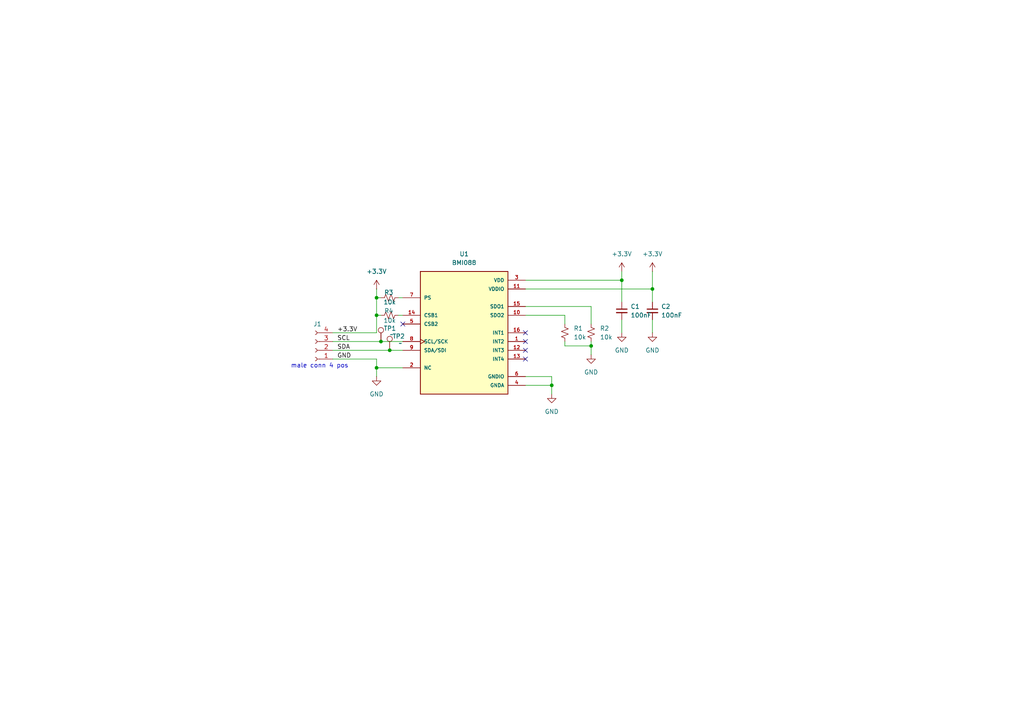
<source format=kicad_sch>
(kicad_sch (version 20231120) (generator "eeschema") (generator_version "8.0")
  (paper "A4")
  (lib_symbols
    (symbol "BMI088:BMI088" (pin_names (offset 1.016))
      (property "Reference" "U" (at -12.7 18.415 0))
      (property "Value" "BMI088" (at -12.7 -20.32 0))
      (symbol "BMI088_0_0"
        (rectangle (start -12.7 -17.78) (end 12.7 17.78) (stroke (width 0.254)) (fill (type background)))
        (pin bidirectional line (at 17.78 -2.54 180) (length 5.08) (name "INT2") (number "1"))
        (pin output line (at 17.78 5.08 180) (length 5.08) (name "SDO2") (number "10"))
        (pin power_in line (at 17.78 12.7 180) (length 5.08) (name "VDDIO") (number "11"))
        (pin bidirectional line (at 17.78 -5.08 180) (length 5.08) (name "INT3") (number "12"))
        (pin bidirectional line (at 17.78 -7.62 180) (length 5.08) (name "INT4") (number "13"))
        (pin input line (at -17.78 5.08 0) (length 5.08) (name "CSB1") (number "14"))
        (pin output line (at 17.78 7.62 180) (length 5.08) (name "SDO1") (number "15"))
        (pin bidirectional line (at 17.78 0 180) (length 5.08) (name "INT1") (number "16"))
        (pin passive line (at -17.78 -10.16 0) (length 5.08) (name "NC") (number "2"))
        (pin power_in line (at 17.78 15.24 180) (length 5.08) (name "VDD") (number "3"))
        (pin power_in line (at 17.78 -15.24 180) (length 5.08) (name "GNDA") (number "4"))
        (pin input line (at -17.78 2.54 0) (length 5.08) (name "CSB2") (number "5"))
        (pin power_in line (at 17.78 -12.7 180) (length 5.08) (name "GNDIO") (number "6"))
        (pin input line (at -17.78 10.16 0) (length 5.08) (name "PS") (number "7"))
        (pin input clock (at -17.78 -2.54 0) (length 5.08) (name "SCL/SCK") (number "8"))
        (pin bidirectional line (at -17.78 -5.08 0) (length 5.08) (name "SDA/SDI") (number "9"))
      )
    )
    (symbol "Connector:Conn_01x04_Socket" (pin_names (offset 1.016) hide)
      (property "Reference" "J" (at 0 5.08 0))
      (property "Value" "Conn_01x04_Socket" (at 0 -7.62 0))
      (symbol "Conn_01x04_Socket_1_1"
        (arc (start 0 -4.572) (mid -0.5058 -5.08) (end 0 -5.588) (stroke (width 0.1524)))
        (arc (start 0 -2.032) (mid -0.5058 -2.54) (end 0 -3.048) (stroke (width 0.1524)))
        (polyline (pts (xy -1.27 -5.08) (xy -0.508 -5.08)) (stroke (width 0.1524)))
        (polyline (pts (xy -1.27 -2.54) (xy -0.508 -2.54)) (stroke (width 0.1524)))
        (polyline (pts (xy -1.27 0) (xy -0.508 0)) (stroke (width 0.1524)))
        (polyline (pts (xy -1.27 2.54) (xy -0.508 2.54)) (stroke (width 0.1524)))
        (arc (start 0 0.508) (mid -0.5058 0) (end 0 -0.508) (stroke (width 0.1524)))
        (arc (start 0 3.048) (mid -0.5058 2.54) (end 0 2.032) (stroke (width 0.1524)))
        (pin passive line (at -5.08 2.54 0) (length 3.81) (name "Pin_1") (number "1"))
        (pin passive line (at -5.08 0 0) (length 3.81) (name "Pin_2") (number "2"))
        (pin passive line (at -5.08 -2.54 0) (length 3.81) (name "Pin_3") (number "3"))
        (pin passive line (at -5.08 -5.08 0) (length 3.81) (name "Pin_4") (number "4"))
      )
    )
    (symbol "Connector:TestPoint" (pin_numbers hide) (pin_names (offset 0.762) hide)
      (property "Reference" "TP" (at 0 6.858 0))
      (property "Value" "TestPoint" (at 0 5.08 0))
      (symbol "TestPoint_0_1"
        (circle (center 0 3.302) (radius 0.762))
      )
      (symbol "TestPoint_1_1"
        (pin passive line (at 0 0 90) (length 2.54) (name "1") (number "1"))
      )
    )
    (symbol "Device:C_Small" (pin_numbers hide) (pin_names (offset 0.254) hide)
      (property "Reference" "C" (at 0.254 1.778 0))
      (property "Value" "C_Small" (at 0.254 -2.032 0))
      (symbol "C_Small_0_1"
        (polyline (pts (xy -1.524 -0.508) (xy 1.524 -0.508)) (stroke (width 0.3302)))
        (polyline (pts (xy -1.524 0.508) (xy 1.524 0.508)) (stroke (width 0.3048)))
      )
      (symbol "C_Small_1_1"
        (pin passive line (at 0 2.54 270) (length 2.032) (name "~") (number "1"))
        (pin passive line (at 0 -2.54 90) (length 2.032) (name "~") (number "2"))
      )
    )
    (symbol "Device:R_Small_US" (pin_numbers hide) (pin_names (offset 0.254) hide)
      (property "Reference" "R" (at 0.762 0.508 0))
      (property "Value" "R_Small_US" (at 0.762 -1.016 0))
      (symbol "R_Small_US_1_1"
        (polyline (pts (xy 0 0) (xy 1.016 -0.381) (xy 0 -0.762) (xy -1.016 -1.143) (xy 0 -1.524)))
        (polyline (pts (xy 0 1.524) (xy 1.016 1.143) (xy 0 0.762) (xy -1.016 0.381) (xy 0 0)))
        (pin passive line (at 0 2.54 270) (length 1.016) (name "~") (number "1"))
        (pin passive line (at 0 -2.54 90) (length 1.016) (name "~") (number "2"))
      )
    )
    (symbol "power:+3.3V" (power) (pin_numbers hide) (pin_names (offset 0) hide)
      (property "Value" "+3.3V" (at 0 3.556 0))
      (symbol "+3.3V_0_1"
        (polyline (pts (xy -0.762 1.27) (xy 0 2.54)))
        (polyline (pts (xy 0 0) (xy 0 2.54)))
        (polyline (pts (xy 0 2.54) (xy 0.762 1.27)))
      )
      (symbol "+3.3V_1_1"
        (pin power_in line (at 0 0 90) (length 0) (name "~") (number "1"))
      )
    )
    (symbol "power:GND" (power) (pin_numbers hide) (pin_names (offset 0) hide)
      (property "Value" "GND" (at 0 -3.81 0))
      (symbol "GND_0_1"
        (polyline (pts (xy 0 0) (xy 0 -1.27) (xy 1.27 -1.27) (xy 0 -2.54) (xy -1.27 -1.27) (xy 0 -1.27)))
      )
      (symbol "GND_1_1"
        (pin power_in line (at 0 0 270) (length 0) (name "~") (number "1"))
      )
    )
  )
  (junction (at 171.45 100.33))
  (junction (at 113.03 101.6))
  (junction (at 189.23 83.82))
  (junction (at 180.34 81.28))
  (junction (at 109.22 86.36))
  (junction (at 109.22 106.68))
  (junction (at 110.49 99.06))
  (junction (at 109.22 91.44))
  (junction (at 160.02 111.76))
  (no_connect (at 152.4 99.06))
  (no_connect (at 152.4 101.6))
  (no_connect (at 116.84 93.98))
  (no_connect (at 152.4 96.52))
  (no_connect (at 152.4 104.14))
  (wire (pts (xy 109.22 86.36) (xy 109.22 91.44)))
  (wire (pts (xy 109.22 96.52) (xy 96.52 96.52)))
  (wire (pts (xy 180.34 78.74) (xy 180.34 81.28)))
  (wire (pts (xy 115.57 91.44) (xy 116.84 91.44)))
  (wire (pts (xy 189.23 78.74) (xy 189.23 83.82)))
  (wire (pts (xy 189.23 92.71) (xy 189.23 96.52)))
  (wire (pts (xy 171.45 88.9) (xy 171.45 93.98)))
  (wire (pts (xy 152.4 81.28) (xy 180.34 81.28)))
  (wire (pts (xy 171.45 100.33) (xy 171.45 99.06)))
  (wire (pts (xy 163.83 93.98) (xy 163.83 91.44)))
  (wire (pts (xy 109.22 86.36) (xy 110.49 86.36)))
  (wire (pts (xy 180.34 92.71) (xy 180.34 96.52)))
  (wire (pts (xy 96.52 101.6) (xy 113.03 101.6)))
  (wire (pts (xy 189.23 83.82) (xy 152.4 83.82)))
  (wire (pts (xy 109.22 104.14) (xy 96.52 104.14)))
  (wire (pts (xy 163.83 91.44) (xy 152.4 91.44)))
  (wire (pts (xy 109.22 106.68) (xy 109.22 104.14)))
  (wire (pts (xy 109.22 106.68) (xy 109.22 109.22)))
  (wire (pts (xy 115.57 86.36) (xy 116.84 86.36)))
  (wire (pts (xy 163.83 100.33) (xy 171.45 100.33)))
  (wire (pts (xy 109.22 83.82) (xy 109.22 86.36)))
  (wire (pts (xy 109.22 91.44) (xy 109.22 96.52)))
  (wire (pts (xy 152.4 109.22) (xy 160.02 109.22)))
  (wire (pts (xy 110.49 99.06) (xy 116.84 99.06)))
  (wire (pts (xy 96.52 99.06) (xy 110.49 99.06)))
  (wire (pts (xy 152.4 111.76) (xy 160.02 111.76)))
  (wire (pts (xy 113.03 101.6) (xy 116.84 101.6)))
  (wire (pts (xy 189.23 83.82) (xy 189.23 87.63)))
  (wire (pts (xy 171.45 100.33) (xy 171.45 102.87)))
  (wire (pts (xy 160.02 109.22) (xy 160.02 111.76)))
  (wire (pts (xy 163.83 99.06) (xy 163.83 100.33)))
  (wire (pts (xy 180.34 81.28) (xy 180.34 87.63)))
  (wire (pts (xy 160.02 111.76) (xy 160.02 114.3)))
  (wire (pts (xy 116.84 106.68) (xy 109.22 106.68)))
  (wire (pts (xy 152.4 88.9) (xy 171.45 88.9)))
  (wire (pts (xy 109.22 91.44) (xy 110.49 91.44)))
  (text "male conn 4 pos" (at 92.71 106.172 0) (effects (font (size 1.27 1.27))))
  (label "SCL" (at 97.79 99.06 0))
  (label "+3.3V" (at 97.79 96.52 0))
  (label "SDA" (at 97.79 101.6 0))
  (label "GND" (at 97.79 104.14 0))
  (symbol (lib_id "power:GND") (at 189.23 96.52 0) (unit 1)
    (property "Reference" "#PWR08" (effects (hide yes)))
    (property "Value" "GND" (at 189.23 101.6 0))
    (property "Description" "Power symbol creates a global label with name \"GND\" , ground" (effects (hide yes)))
  )
  (symbol (lib_id "Device:C_Small") (at 180.34 90.17 0) (unit 1)
    (property "Reference" "C1" (at 182.88 88.9062 0) (effects (justify left)))
    (property "Value" "100nF" (at 182.88 91.4462 0) (effects (justify left)))
    (property "Footprint" "Capacitor_SMD:C_0805_2012Metric_Pad1.18x1.45mm_HandSolder" (effects (hide yes)))
    (property "Description" "Unpolarized capacitor, small symbol" (effects (hide yes)))
  )
  (symbol (lib_id "power:GND") (at 109.22 109.22 0) (unit 1)
    (property "Reference" "#PWR02" (effects (hide yes)))
    (property "Value" "GND" (at 109.22 114.3 0))
    (property "Description" "Power symbol creates a global label with name \"GND\" , ground" (effects (hide yes)))
  )
  (symbol (lib_id "power:+3.3V") (at 109.22 83.82 0) (unit 1)
    (property "Reference" "#PWR01" (effects (hide yes)))
    (property "Value" "+3.3V" (at 109.22 78.74 0))
    (property "Description" "Power symbol creates a global label with name \"+3.3V\"" (effects (hide yes)))
  )
  (symbol (lib_id "BMI088:BMI088") (at 134.62 96.52 0) (unit 1)
    (property "Reference" "U1" (at 134.62 73.66 0))
    (property "Value" "BMI088" (at 134.62 76.2 0))
    (property "Footprint" "BMI088:PQFN50P450X300X100-16N" (effects (hide yes)))
    (property "MF" "Bosch Sensortec" (effects (hide yes)))
    (property "PURCHASE-URL" "https://pricing.snapeda.com/search/part/BMI088/?ref=eda" (effects (hide yes)))
    (property "PACKAGE" "VFLGA-16 Bosch Sensortec" (effects (hide yes)))
    (property "PRICE" "None" (effects (hide yes)))
    (property "Package" "VFLGA-16 Bosch Sensortec" (effects (hide yes)))
    (property "Check_prices" "https://www.snapeda.com/parts/BMI088/Bosch+Sensortec/view-part/?ref=eda" (effects (hide yes)))
    (property "Price" "None" (effects (hide yes)))
    (property "SnapEDA_Link" "https://www.snapeda.com/parts/BMI088/Bosch+Sensortec/view-part/?ref=snap" (effects (hide yes)))
    (property "MP" "BMI088" (effects (hide yes)))
    (property "Purchase-URL" "https://www.snapeda.com/api/url_track_click_mouser/?unipart_id=2774026&manufacturer=Bosch Sensortec&part_name=BMI088&search_term=bmi088" (effects (hide yes)))
    (property "Description_1" "\nAccelerometer, Gyroscope, 6 Axis Sensor I2C, SPI Output\n" (effects (hide yes)))
    (property "Availability" "In Stock" (effects (hide yes)))
    (property "AVAILABILITY" "In Stock" (effects (hide yes)))
    (property "DESCRIPTION" "Accelerometer, Gyroscope, 6 Axis Sensor I²C, SPI Output" (effects (hide yes)))
  )
  (symbol (lib_id "Connector:TestPoint") (at 110.49 99.06 0) (unit 1)
    (property "Reference" "TP1" (at 111.252 95.25 0) (effects (justify left)))
    (property "Value" "~" (at 113.03 97.028 0) (effects (justify left)))
    (property "Footprint" "TestPoint:TestPoint_Pad_D1.5mm" (effects (hide yes)))
    (property "Description" "test point" (effects (hide yes)))
  )
  (symbol (lib_id "power:GND") (at 180.34 96.52 0) (unit 1)
    (property "Reference" "#PWR06" (effects (hide yes)))
    (property "Value" "GND" (at 180.34 101.6 0))
    (property "Description" "Power symbol creates a global label with name \"GND\" , ground" (effects (hide yes)))
  )
  (symbol (lib_id "Connector:Conn_01x04_Socket") (at 91.44 101.6 180) (unit 1)
    (property "Reference" "J1" (at 92.075 93.98 0))
    (property "Value" "Conn_01x04_Socket" (effects (hide yes)))
    (property "Footprint" "Connector_JST:JST_EH_B4B-EH-A_1x04_P2.50mm_Vertical" (effects (hide yes)))
    (property "Description" "Generic connector, single row, 01x04, script generated" (effects (hide yes)))
  )
  (symbol (lib_id "Device:C_Small") (at 189.23 90.17 0) (unit 1)
    (property "Reference" "C2" (at 191.77 88.9062 0) (effects (justify left)))
    (property "Value" "100nF" (at 191.77 91.4462 0) (effects (justify left)))
    (property "Footprint" "Capacitor_SMD:C_0805_2012Metric_Pad1.18x1.45mm_HandSolder" (effects (hide yes)))
    (property "Description" "Unpolarized capacitor, small symbol" (effects (hide yes)))
  )
  (symbol (lib_id "power:GND") (at 160.02 114.3 0) (unit 1)
    (property "Reference" "#PWR03" (effects (hide yes)))
    (property "Value" "GND" (at 160.02 119.38 0))
    (property "Description" "Power symbol creates a global label with name \"GND\" , ground" (effects (hide yes)))
  )
  (symbol (lib_id "Device:R_Small_US") (at 113.03 91.44 90) (unit 1)
    (property "Reference" "R4" (at 112.776 90.17 90))
    (property "Value" "10k" (at 113.03 92.964 90))
    (property "Footprint" "Resistor_SMD:R_0805_2012Metric_Pad1.20x1.40mm_HandSolder" (effects (hide yes)))
    (property "Description" "Resistor, small US symbol" (effects (hide yes)))
  )
  (symbol (lib_id "Device:R_Small_US") (at 163.83 96.52 0) (unit 1)
    (property "Reference" "R1" (at 166.37 95.2499 0) (effects (justify left)))
    (property "Value" "10k" (at 166.37 97.7899 0) (effects (justify left)))
    (property "Footprint" "Resistor_SMD:R_0805_2012Metric_Pad1.20x1.40mm_HandSolder" (effects (hide yes)))
    (property "Description" "Resistor, small US symbol" (effects (hide yes)))
  )
  (symbol (lib_id "Connector:TestPoint") (at 113.03 101.6 0) (unit 1)
    (property "Reference" "TP2" (at 113.792 97.536 0) (effects (justify left)))
    (property "Value" "~" (at 115.57 99.568 0) (effects (justify left)))
    (property "Footprint" "TestPoint:TestPoint_Pad_D1.5mm" (effects (hide yes)))
    (property "Description" "test point" (effects (hide yes)))
  )
  (symbol (lib_id "power:+3.3V") (at 180.34 78.74 0) (unit 1)
    (property "Reference" "#PWR05" (effects (hide yes)))
    (property "Value" "+3.3V" (at 180.34 73.66 0))
    (property "Description" "Power symbol creates a global label with name \"+3.3V\"" (effects (hide yes)))
  )
  (symbol (lib_id "Device:R_Small_US") (at 113.03 86.36 90) (unit 1)
    (property "Reference" "R3" (at 112.776 84.836 90))
    (property "Value" "10k" (at 113.03 87.63 90))
    (property "Footprint" "Resistor_SMD:R_0805_2012Metric_Pad1.20x1.40mm_HandSolder" (effects (hide yes)))
    (property "Description" "Resistor, small US symbol" (effects (hide yes)))
  )
  (symbol (lib_id "Device:R_Small_US") (at 171.45 96.52 0) (unit 1)
    (property "Reference" "R2" (at 173.99 95.2499 0) (effects (justify left)))
    (property "Value" "10k" (at 173.99 97.7899 0) (effects (justify left)))
    (property "Footprint" "Resistor_SMD:R_0805_2012Metric_Pad1.20x1.40mm_HandSolder" (effects (hide yes)))
    (property "Description" "Resistor, small US symbol" (effects (hide yes)))
  )
  (symbol (lib_id "power:GND") (at 171.45 102.87 0) (unit 1)
    (property "Reference" "#PWR04" (effects (hide yes)))
    (property "Value" "GND" (at 171.45 107.95 0))
    (property "Description" "Power symbol creates a global label with name \"GND\" , ground" (effects (hide yes)))
  )
  (symbol (lib_id "power:+3.3V") (at 189.23 78.74 0) (unit 1)
    (property "Reference" "#PWR07" (effects (hide yes)))
    (property "Value" "+3.3V" (at 189.23 73.66 0))
    (property "Description" "Power symbol creates a global label with name \"+3.3V\"" (effects (hide yes)))
  )
)
</source>
